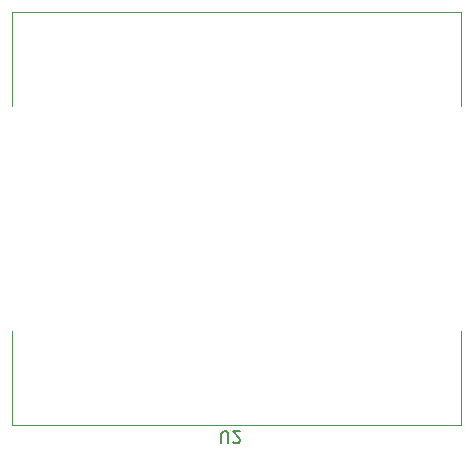
<source format=gbr>
%TF.GenerationSoftware,KiCad,Pcbnew,6.0.1-79c1e3a40b~116~ubuntu20.04.1*%
%TF.CreationDate,2022-11-30T14:03:44+09:00*%
%TF.ProjectId,Voltage-sensor-mother-board,566f6c74-6167-4652-9d73-656e736f722d,3.0*%
%TF.SameCoordinates,Original*%
%TF.FileFunction,Legend,Bot*%
%TF.FilePolarity,Positive*%
%FSLAX46Y46*%
G04 Gerber Fmt 4.6, Leading zero omitted, Abs format (unit mm)*
G04 Created by KiCad (PCBNEW 6.0.1-79c1e3a40b~116~ubuntu20.04.1) date 2022-11-30 14:03:44*
%MOMM*%
%LPD*%
G01*
G04 APERTURE LIST*
%ADD10C,0.150000*%
%ADD11C,0.120000*%
G04 APERTURE END LIST*
D10*
%TO.C,U2*%
X79738095Y-118667619D02*
X79738095Y-117858095D01*
X79785714Y-117762857D01*
X79833333Y-117715238D01*
X79928571Y-117667619D01*
X80119047Y-117667619D01*
X80214285Y-117715238D01*
X80261904Y-117762857D01*
X80309523Y-117858095D01*
X80309523Y-118667619D01*
X80738095Y-118572380D02*
X80785714Y-118620000D01*
X80880952Y-118667619D01*
X81119047Y-118667619D01*
X81214285Y-118620000D01*
X81261904Y-118572380D01*
X81309523Y-118477142D01*
X81309523Y-118381904D01*
X81261904Y-118239047D01*
X80690476Y-117667619D01*
X81309523Y-117667619D01*
D11*
X62000000Y-109120000D02*
X62000000Y-117120000D01*
X100000000Y-82120000D02*
X62000000Y-82120000D01*
X100000000Y-117120000D02*
X100000000Y-109120000D01*
X62000000Y-117120000D02*
X100000000Y-117120000D01*
X100000000Y-90120000D02*
X100000000Y-82120000D01*
X62000000Y-82120000D02*
X62000000Y-90120000D01*
%TD*%
M02*

</source>
